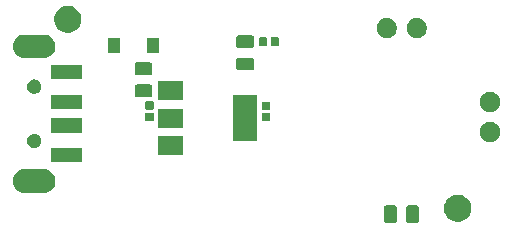
<source format=gbr>
G04 #@! TF.GenerationSoftware,KiCad,Pcbnew,5.0.2-bee76a0~70~ubuntu18.04.1*
G04 #@! TF.CreationDate,2020-06-29T01:54:23-07:00*
G04 #@! TF.ProjectId,qrng,71726e67-2e6b-4696-9361-645f70636258,1*
G04 #@! TF.SameCoordinates,Original*
G04 #@! TF.FileFunction,Soldermask,Bot*
G04 #@! TF.FilePolarity,Negative*
%FSLAX46Y46*%
G04 Gerber Fmt 4.6, Leading zero omitted, Abs format (unit mm)*
G04 Created by KiCad (PCBNEW 5.0.2-bee76a0~70~ubuntu18.04.1) date Mon 29 Jun 2020 01:54:23 AM MST*
%MOMM*%
%LPD*%
G01*
G04 APERTURE LIST*
%ADD10C,0.100000*%
G04 APERTURE END LIST*
D10*
G36*
X158059466Y-107753565D02*
X158098137Y-107765296D01*
X158133779Y-107784348D01*
X158165017Y-107809983D01*
X158190652Y-107841221D01*
X158209704Y-107876863D01*
X158221435Y-107915534D01*
X158226000Y-107961888D01*
X158226000Y-109038112D01*
X158221435Y-109084466D01*
X158209704Y-109123137D01*
X158190652Y-109158779D01*
X158165017Y-109190017D01*
X158133779Y-109215652D01*
X158098137Y-109234704D01*
X158059466Y-109246435D01*
X158013112Y-109251000D01*
X157361888Y-109251000D01*
X157315534Y-109246435D01*
X157276863Y-109234704D01*
X157241221Y-109215652D01*
X157209983Y-109190017D01*
X157184348Y-109158779D01*
X157165296Y-109123137D01*
X157153565Y-109084466D01*
X157149000Y-109038112D01*
X157149000Y-107961888D01*
X157153565Y-107915534D01*
X157165296Y-107876863D01*
X157184348Y-107841221D01*
X157209983Y-107809983D01*
X157241221Y-107784348D01*
X157276863Y-107765296D01*
X157315534Y-107753565D01*
X157361888Y-107749000D01*
X158013112Y-107749000D01*
X158059466Y-107753565D01*
X158059466Y-107753565D01*
G37*
G36*
X156184466Y-107753565D02*
X156223137Y-107765296D01*
X156258779Y-107784348D01*
X156290017Y-107809983D01*
X156315652Y-107841221D01*
X156334704Y-107876863D01*
X156346435Y-107915534D01*
X156351000Y-107961888D01*
X156351000Y-109038112D01*
X156346435Y-109084466D01*
X156334704Y-109123137D01*
X156315652Y-109158779D01*
X156290017Y-109190017D01*
X156258779Y-109215652D01*
X156223137Y-109234704D01*
X156184466Y-109246435D01*
X156138112Y-109251000D01*
X155486888Y-109251000D01*
X155440534Y-109246435D01*
X155401863Y-109234704D01*
X155366221Y-109215652D01*
X155334983Y-109190017D01*
X155309348Y-109158779D01*
X155290296Y-109123137D01*
X155278565Y-109084466D01*
X155274000Y-109038112D01*
X155274000Y-107961888D01*
X155278565Y-107915534D01*
X155290296Y-107876863D01*
X155309348Y-107841221D01*
X155334983Y-107809983D01*
X155366221Y-107784348D01*
X155401863Y-107765296D01*
X155440534Y-107753565D01*
X155486888Y-107749000D01*
X156138112Y-107749000D01*
X156184466Y-107753565D01*
X156184466Y-107753565D01*
G37*
G36*
X161835734Y-106893232D02*
X162045202Y-106979996D01*
X162233723Y-107105962D01*
X162394038Y-107266277D01*
X162520004Y-107454798D01*
X162606768Y-107664266D01*
X162651000Y-107886635D01*
X162651000Y-108113365D01*
X162606768Y-108335734D01*
X162520004Y-108545202D01*
X162394038Y-108733723D01*
X162233723Y-108894038D01*
X162045202Y-109020004D01*
X161835734Y-109106768D01*
X161613365Y-109151000D01*
X161386635Y-109151000D01*
X161164266Y-109106768D01*
X160954798Y-109020004D01*
X160766277Y-108894038D01*
X160605962Y-108733723D01*
X160479996Y-108545202D01*
X160393232Y-108335734D01*
X160349000Y-108113365D01*
X160349000Y-107886635D01*
X160393232Y-107664266D01*
X160479996Y-107454798D01*
X160605962Y-107266277D01*
X160766277Y-107105962D01*
X160954798Y-106979996D01*
X161164266Y-106893232D01*
X161386635Y-106849000D01*
X161613365Y-106849000D01*
X161835734Y-106893232D01*
X161835734Y-106893232D01*
G37*
G36*
X126646232Y-104713483D02*
X126834919Y-104770721D01*
X127008817Y-104863671D01*
X127161239Y-104988761D01*
X127286329Y-105141183D01*
X127379279Y-105315081D01*
X127436517Y-105503768D01*
X127455843Y-105700000D01*
X127436517Y-105896232D01*
X127379279Y-106084919D01*
X127286329Y-106258817D01*
X127161239Y-106411239D01*
X127008817Y-106536329D01*
X126834919Y-106629279D01*
X126646232Y-106686517D01*
X126499176Y-106701000D01*
X124800824Y-106701000D01*
X124653768Y-106686517D01*
X124465081Y-106629279D01*
X124291183Y-106536329D01*
X124138761Y-106411239D01*
X124013671Y-106258817D01*
X123920721Y-106084919D01*
X123863483Y-105896232D01*
X123844157Y-105700000D01*
X123863483Y-105503768D01*
X123920721Y-105315081D01*
X124013671Y-105141183D01*
X124138761Y-104988761D01*
X124291183Y-104863671D01*
X124465081Y-104770721D01*
X124653768Y-104713483D01*
X124800824Y-104699000D01*
X126499176Y-104699000D01*
X126646232Y-104713483D01*
X126646232Y-104713483D01*
G37*
G36*
X129701000Y-104101000D02*
X127099000Y-104101000D01*
X127099000Y-102899000D01*
X129701000Y-102899000D01*
X129701000Y-104101000D01*
X129701000Y-104101000D01*
G37*
G36*
X138251000Y-103471000D02*
X136149000Y-103471000D01*
X136149000Y-101869000D01*
X138251000Y-101869000D01*
X138251000Y-103471000D01*
X138251000Y-103471000D01*
G37*
G36*
X125825305Y-101722096D02*
X125934680Y-101767400D01*
X126033118Y-101833175D01*
X126116825Y-101916882D01*
X126182600Y-102015320D01*
X126227904Y-102124695D01*
X126251000Y-102240806D01*
X126251000Y-102359194D01*
X126227904Y-102475305D01*
X126182600Y-102584680D01*
X126116825Y-102683118D01*
X126033118Y-102766825D01*
X125934680Y-102832600D01*
X125825305Y-102877904D01*
X125709194Y-102901000D01*
X125590806Y-102901000D01*
X125474695Y-102877904D01*
X125365320Y-102832600D01*
X125266882Y-102766825D01*
X125183175Y-102683118D01*
X125117400Y-102584680D01*
X125072096Y-102475305D01*
X125049000Y-102359194D01*
X125049000Y-102240806D01*
X125072096Y-102124695D01*
X125117400Y-102015320D01*
X125183175Y-101916882D01*
X125266882Y-101833175D01*
X125365320Y-101767400D01*
X125474695Y-101722096D01*
X125590806Y-101699000D01*
X125709194Y-101699000D01*
X125825305Y-101722096D01*
X125825305Y-101722096D01*
G37*
G36*
X164498228Y-100721703D02*
X164653100Y-100785853D01*
X164792481Y-100878985D01*
X164911015Y-100997519D01*
X165004147Y-101136900D01*
X165068297Y-101291772D01*
X165101000Y-101456184D01*
X165101000Y-101623816D01*
X165068297Y-101788228D01*
X165004147Y-101943100D01*
X164911015Y-102082481D01*
X164792481Y-102201015D01*
X164653100Y-102294147D01*
X164498228Y-102358297D01*
X164333816Y-102391000D01*
X164166184Y-102391000D01*
X164001772Y-102358297D01*
X163846900Y-102294147D01*
X163707519Y-102201015D01*
X163588985Y-102082481D01*
X163495853Y-101943100D01*
X163431703Y-101788228D01*
X163399000Y-101623816D01*
X163399000Y-101456184D01*
X163431703Y-101291772D01*
X163495853Y-101136900D01*
X163588985Y-100997519D01*
X163707519Y-100878985D01*
X163846900Y-100785853D01*
X164001772Y-100721703D01*
X164166184Y-100689000D01*
X164333816Y-100689000D01*
X164498228Y-100721703D01*
X164498228Y-100721703D01*
G37*
G36*
X144551000Y-102321000D02*
X142449000Y-102321000D01*
X142449000Y-98419000D01*
X144551000Y-98419000D01*
X144551000Y-102321000D01*
X144551000Y-102321000D01*
G37*
G36*
X129701000Y-101601000D02*
X127099000Y-101601000D01*
X127099000Y-100399000D01*
X129701000Y-100399000D01*
X129701000Y-101601000D01*
X129701000Y-101601000D01*
G37*
G36*
X138251000Y-101171000D02*
X136149000Y-101171000D01*
X136149000Y-99569000D01*
X138251000Y-99569000D01*
X138251000Y-101171000D01*
X138251000Y-101171000D01*
G37*
G36*
X145561938Y-99966716D02*
X145582556Y-99972970D01*
X145601556Y-99983126D01*
X145618208Y-99996792D01*
X145631874Y-100013444D01*
X145642030Y-100032444D01*
X145648284Y-100053062D01*
X145651000Y-100080640D01*
X145651000Y-100539360D01*
X145648284Y-100566938D01*
X145642030Y-100587556D01*
X145631874Y-100606556D01*
X145618208Y-100623208D01*
X145601556Y-100636874D01*
X145582556Y-100647030D01*
X145561938Y-100653284D01*
X145534360Y-100656000D01*
X145025640Y-100656000D01*
X144998062Y-100653284D01*
X144977444Y-100647030D01*
X144958444Y-100636874D01*
X144941792Y-100623208D01*
X144928126Y-100606556D01*
X144917970Y-100587556D01*
X144911716Y-100566938D01*
X144909000Y-100539360D01*
X144909000Y-100080640D01*
X144911716Y-100053062D01*
X144917970Y-100032444D01*
X144928126Y-100013444D01*
X144941792Y-99996792D01*
X144958444Y-99983126D01*
X144977444Y-99972970D01*
X144998062Y-99966716D01*
X145025640Y-99964000D01*
X145534360Y-99964000D01*
X145561938Y-99966716D01*
X145561938Y-99966716D01*
G37*
G36*
X135691938Y-99931716D02*
X135712556Y-99937970D01*
X135731556Y-99948126D01*
X135748208Y-99961792D01*
X135761874Y-99978444D01*
X135772030Y-99997444D01*
X135778284Y-100018062D01*
X135781000Y-100045640D01*
X135781000Y-100504360D01*
X135778284Y-100531938D01*
X135772030Y-100552556D01*
X135761874Y-100571556D01*
X135748208Y-100588208D01*
X135731556Y-100601874D01*
X135712556Y-100612030D01*
X135691938Y-100618284D01*
X135664360Y-100621000D01*
X135155640Y-100621000D01*
X135128062Y-100618284D01*
X135107444Y-100612030D01*
X135088444Y-100601874D01*
X135071792Y-100588208D01*
X135058126Y-100571556D01*
X135047970Y-100552556D01*
X135041716Y-100531938D01*
X135039000Y-100504360D01*
X135039000Y-100045640D01*
X135041716Y-100018062D01*
X135047970Y-99997444D01*
X135058126Y-99978444D01*
X135071792Y-99961792D01*
X135088444Y-99948126D01*
X135107444Y-99937970D01*
X135128062Y-99931716D01*
X135155640Y-99929000D01*
X135664360Y-99929000D01*
X135691938Y-99931716D01*
X135691938Y-99931716D01*
G37*
G36*
X164498228Y-98181703D02*
X164653100Y-98245853D01*
X164792481Y-98338985D01*
X164911015Y-98457519D01*
X165004147Y-98596900D01*
X165068297Y-98751772D01*
X165101000Y-98916184D01*
X165101000Y-99083816D01*
X165068297Y-99248228D01*
X165004147Y-99403100D01*
X164911015Y-99542481D01*
X164792481Y-99661015D01*
X164653100Y-99754147D01*
X164498228Y-99818297D01*
X164333816Y-99851000D01*
X164166184Y-99851000D01*
X164001772Y-99818297D01*
X163846900Y-99754147D01*
X163707519Y-99661015D01*
X163588985Y-99542481D01*
X163495853Y-99403100D01*
X163431703Y-99248228D01*
X163399000Y-99083816D01*
X163399000Y-98916184D01*
X163431703Y-98751772D01*
X163495853Y-98596900D01*
X163588985Y-98457519D01*
X163707519Y-98338985D01*
X163846900Y-98245853D01*
X164001772Y-98181703D01*
X164166184Y-98149000D01*
X164333816Y-98149000D01*
X164498228Y-98181703D01*
X164498228Y-98181703D01*
G37*
G36*
X145561938Y-98996716D02*
X145582556Y-99002970D01*
X145601556Y-99013126D01*
X145618208Y-99026792D01*
X145631874Y-99043444D01*
X145642030Y-99062444D01*
X145648284Y-99083062D01*
X145651000Y-99110640D01*
X145651000Y-99569360D01*
X145648284Y-99596938D01*
X145642030Y-99617556D01*
X145631874Y-99636556D01*
X145618208Y-99653208D01*
X145601556Y-99666874D01*
X145582556Y-99677030D01*
X145561938Y-99683284D01*
X145534360Y-99686000D01*
X145025640Y-99686000D01*
X144998062Y-99683284D01*
X144977444Y-99677030D01*
X144958444Y-99666874D01*
X144941792Y-99653208D01*
X144928126Y-99636556D01*
X144917970Y-99617556D01*
X144911716Y-99596938D01*
X144909000Y-99569360D01*
X144909000Y-99110640D01*
X144911716Y-99083062D01*
X144917970Y-99062444D01*
X144928126Y-99043444D01*
X144941792Y-99026792D01*
X144958444Y-99013126D01*
X144977444Y-99002970D01*
X144998062Y-98996716D01*
X145025640Y-98994000D01*
X145534360Y-98994000D01*
X145561938Y-98996716D01*
X145561938Y-98996716D01*
G37*
G36*
X135691938Y-98961716D02*
X135712556Y-98967970D01*
X135731556Y-98978126D01*
X135748208Y-98991792D01*
X135761874Y-99008444D01*
X135772030Y-99027444D01*
X135778284Y-99048062D01*
X135781000Y-99075640D01*
X135781000Y-99534360D01*
X135778284Y-99561938D01*
X135772030Y-99582556D01*
X135761874Y-99601556D01*
X135748208Y-99618208D01*
X135731556Y-99631874D01*
X135712556Y-99642030D01*
X135691938Y-99648284D01*
X135664360Y-99651000D01*
X135155640Y-99651000D01*
X135128062Y-99648284D01*
X135107444Y-99642030D01*
X135088444Y-99631874D01*
X135071792Y-99618208D01*
X135058126Y-99601556D01*
X135047970Y-99582556D01*
X135041716Y-99561938D01*
X135039000Y-99534360D01*
X135039000Y-99075640D01*
X135041716Y-99048062D01*
X135047970Y-99027444D01*
X135058126Y-99008444D01*
X135071792Y-98991792D01*
X135088444Y-98978126D01*
X135107444Y-98967970D01*
X135128062Y-98961716D01*
X135155640Y-98959000D01*
X135664360Y-98959000D01*
X135691938Y-98961716D01*
X135691938Y-98961716D01*
G37*
G36*
X129701000Y-99601000D02*
X127099000Y-99601000D01*
X127099000Y-98399000D01*
X129701000Y-98399000D01*
X129701000Y-99601000D01*
X129701000Y-99601000D01*
G37*
G36*
X138251000Y-98871000D02*
X136149000Y-98871000D01*
X136149000Y-97269000D01*
X138251000Y-97269000D01*
X138251000Y-98871000D01*
X138251000Y-98871000D01*
G37*
G36*
X135484466Y-97533565D02*
X135523137Y-97545296D01*
X135558779Y-97564348D01*
X135590017Y-97589983D01*
X135615652Y-97621221D01*
X135634704Y-97656863D01*
X135646435Y-97695534D01*
X135651000Y-97741888D01*
X135651000Y-98393112D01*
X135646435Y-98439466D01*
X135634704Y-98478137D01*
X135615652Y-98513779D01*
X135590017Y-98545017D01*
X135558779Y-98570652D01*
X135523137Y-98589704D01*
X135484466Y-98601435D01*
X135438112Y-98606000D01*
X134361888Y-98606000D01*
X134315534Y-98601435D01*
X134276863Y-98589704D01*
X134241221Y-98570652D01*
X134209983Y-98545017D01*
X134184348Y-98513779D01*
X134165296Y-98478137D01*
X134153565Y-98439466D01*
X134149000Y-98393112D01*
X134149000Y-97741888D01*
X134153565Y-97695534D01*
X134165296Y-97656863D01*
X134184348Y-97621221D01*
X134209983Y-97589983D01*
X134241221Y-97564348D01*
X134276863Y-97545296D01*
X134315534Y-97533565D01*
X134361888Y-97529000D01*
X135438112Y-97529000D01*
X135484466Y-97533565D01*
X135484466Y-97533565D01*
G37*
G36*
X125825305Y-97122096D02*
X125934680Y-97167400D01*
X126033118Y-97233175D01*
X126116825Y-97316882D01*
X126182600Y-97415320D01*
X126227904Y-97524695D01*
X126251000Y-97640806D01*
X126251000Y-97759194D01*
X126227904Y-97875305D01*
X126182600Y-97984680D01*
X126116825Y-98083118D01*
X126033118Y-98166825D01*
X125934680Y-98232600D01*
X125825305Y-98277904D01*
X125709194Y-98301000D01*
X125590806Y-98301000D01*
X125474695Y-98277904D01*
X125365320Y-98232600D01*
X125266882Y-98166825D01*
X125183175Y-98083118D01*
X125117400Y-97984680D01*
X125072096Y-97875305D01*
X125049000Y-97759194D01*
X125049000Y-97640806D01*
X125072096Y-97524695D01*
X125117400Y-97415320D01*
X125183175Y-97316882D01*
X125266882Y-97233175D01*
X125365320Y-97167400D01*
X125474695Y-97122096D01*
X125590806Y-97099000D01*
X125709194Y-97099000D01*
X125825305Y-97122096D01*
X125825305Y-97122096D01*
G37*
G36*
X129701000Y-97101000D02*
X127099000Y-97101000D01*
X127099000Y-95899000D01*
X129701000Y-95899000D01*
X129701000Y-97101000D01*
X129701000Y-97101000D01*
G37*
G36*
X135484466Y-95658565D02*
X135523137Y-95670296D01*
X135558779Y-95689348D01*
X135590017Y-95714983D01*
X135615652Y-95746221D01*
X135634704Y-95781863D01*
X135646435Y-95820534D01*
X135651000Y-95866888D01*
X135651000Y-96518112D01*
X135646435Y-96564466D01*
X135634704Y-96603137D01*
X135615652Y-96638779D01*
X135590017Y-96670017D01*
X135558779Y-96695652D01*
X135523137Y-96714704D01*
X135484466Y-96726435D01*
X135438112Y-96731000D01*
X134361888Y-96731000D01*
X134315534Y-96726435D01*
X134276863Y-96714704D01*
X134241221Y-96695652D01*
X134209983Y-96670017D01*
X134184348Y-96638779D01*
X134165296Y-96603137D01*
X134153565Y-96564466D01*
X134149000Y-96518112D01*
X134149000Y-95866888D01*
X134153565Y-95820534D01*
X134165296Y-95781863D01*
X134184348Y-95746221D01*
X134209983Y-95714983D01*
X134241221Y-95689348D01*
X134276863Y-95670296D01*
X134315534Y-95658565D01*
X134361888Y-95654000D01*
X135438112Y-95654000D01*
X135484466Y-95658565D01*
X135484466Y-95658565D01*
G37*
G36*
X144094466Y-95251065D02*
X144133137Y-95262796D01*
X144168779Y-95281848D01*
X144200017Y-95307483D01*
X144225652Y-95338721D01*
X144244704Y-95374363D01*
X144256435Y-95413034D01*
X144261000Y-95459388D01*
X144261000Y-96110612D01*
X144256435Y-96156966D01*
X144244704Y-96195637D01*
X144225652Y-96231279D01*
X144200017Y-96262517D01*
X144168779Y-96288152D01*
X144133137Y-96307204D01*
X144094466Y-96318935D01*
X144048112Y-96323500D01*
X142971888Y-96323500D01*
X142925534Y-96318935D01*
X142886863Y-96307204D01*
X142851221Y-96288152D01*
X142819983Y-96262517D01*
X142794348Y-96231279D01*
X142775296Y-96195637D01*
X142763565Y-96156966D01*
X142759000Y-96110612D01*
X142759000Y-95459388D01*
X142763565Y-95413034D01*
X142775296Y-95374363D01*
X142794348Y-95338721D01*
X142819983Y-95307483D01*
X142851221Y-95281848D01*
X142886863Y-95262796D01*
X142925534Y-95251065D01*
X142971888Y-95246500D01*
X144048112Y-95246500D01*
X144094466Y-95251065D01*
X144094466Y-95251065D01*
G37*
G36*
X126646232Y-93313483D02*
X126834919Y-93370721D01*
X127008817Y-93463671D01*
X127161239Y-93588761D01*
X127286329Y-93741183D01*
X127379279Y-93915081D01*
X127436517Y-94103768D01*
X127455843Y-94300000D01*
X127436517Y-94496232D01*
X127379279Y-94684919D01*
X127286329Y-94858817D01*
X127161239Y-95011239D01*
X127008817Y-95136329D01*
X126834919Y-95229279D01*
X126646232Y-95286517D01*
X126499176Y-95301000D01*
X124800824Y-95301000D01*
X124653768Y-95286517D01*
X124465081Y-95229279D01*
X124291183Y-95136329D01*
X124138761Y-95011239D01*
X124013671Y-94858817D01*
X123920721Y-94684919D01*
X123863483Y-94496232D01*
X123844157Y-94300000D01*
X123863483Y-94103768D01*
X123920721Y-93915081D01*
X124013671Y-93741183D01*
X124138761Y-93588761D01*
X124291183Y-93463671D01*
X124465081Y-93370721D01*
X124653768Y-93313483D01*
X124800824Y-93299000D01*
X126499176Y-93299000D01*
X126646232Y-93313483D01*
X126646232Y-93313483D01*
G37*
G36*
X132911000Y-94891000D02*
X131909000Y-94891000D01*
X131909000Y-93589000D01*
X132911000Y-93589000D01*
X132911000Y-94891000D01*
X132911000Y-94891000D01*
G37*
G36*
X136211000Y-94891000D02*
X135209000Y-94891000D01*
X135209000Y-93589000D01*
X136211000Y-93589000D01*
X136211000Y-94891000D01*
X136211000Y-94891000D01*
G37*
G36*
X144094466Y-93376065D02*
X144133137Y-93387796D01*
X144168779Y-93406848D01*
X144200017Y-93432483D01*
X144225652Y-93463721D01*
X144244704Y-93499363D01*
X144256435Y-93538034D01*
X144261000Y-93584388D01*
X144261000Y-94235612D01*
X144256435Y-94281966D01*
X144244704Y-94320637D01*
X144225652Y-94356279D01*
X144200017Y-94387517D01*
X144168779Y-94413152D01*
X144133137Y-94432204D01*
X144094466Y-94443935D01*
X144048112Y-94448500D01*
X142971888Y-94448500D01*
X142925534Y-94443935D01*
X142886863Y-94432204D01*
X142851221Y-94413152D01*
X142819983Y-94387517D01*
X142794348Y-94356279D01*
X142775296Y-94320637D01*
X142763565Y-94281966D01*
X142759000Y-94235612D01*
X142759000Y-93584388D01*
X142763565Y-93538034D01*
X142775296Y-93499363D01*
X142794348Y-93463721D01*
X142819983Y-93432483D01*
X142851221Y-93406848D01*
X142886863Y-93387796D01*
X142925534Y-93376065D01*
X142971888Y-93371500D01*
X144048112Y-93371500D01*
X144094466Y-93376065D01*
X144094466Y-93376065D01*
G37*
G36*
X145301938Y-93541716D02*
X145322556Y-93547970D01*
X145341556Y-93558126D01*
X145358208Y-93571792D01*
X145371874Y-93588444D01*
X145382030Y-93607444D01*
X145388284Y-93628062D01*
X145391000Y-93655640D01*
X145391000Y-94164360D01*
X145388284Y-94191938D01*
X145382030Y-94212556D01*
X145371874Y-94231556D01*
X145358208Y-94248208D01*
X145341556Y-94261874D01*
X145322556Y-94272030D01*
X145301938Y-94278284D01*
X145274360Y-94281000D01*
X144815640Y-94281000D01*
X144788062Y-94278284D01*
X144767444Y-94272030D01*
X144748444Y-94261874D01*
X144731792Y-94248208D01*
X144718126Y-94231556D01*
X144707970Y-94212556D01*
X144701716Y-94191938D01*
X144699000Y-94164360D01*
X144699000Y-93655640D01*
X144701716Y-93628062D01*
X144707970Y-93607444D01*
X144718126Y-93588444D01*
X144731792Y-93571792D01*
X144748444Y-93558126D01*
X144767444Y-93547970D01*
X144788062Y-93541716D01*
X144815640Y-93539000D01*
X145274360Y-93539000D01*
X145301938Y-93541716D01*
X145301938Y-93541716D01*
G37*
G36*
X146271938Y-93541716D02*
X146292556Y-93547970D01*
X146311556Y-93558126D01*
X146328208Y-93571792D01*
X146341874Y-93588444D01*
X146352030Y-93607444D01*
X146358284Y-93628062D01*
X146361000Y-93655640D01*
X146361000Y-94164360D01*
X146358284Y-94191938D01*
X146352030Y-94212556D01*
X146341874Y-94231556D01*
X146328208Y-94248208D01*
X146311556Y-94261874D01*
X146292556Y-94272030D01*
X146271938Y-94278284D01*
X146244360Y-94281000D01*
X145785640Y-94281000D01*
X145758062Y-94278284D01*
X145737444Y-94272030D01*
X145718444Y-94261874D01*
X145701792Y-94248208D01*
X145688126Y-94231556D01*
X145677970Y-94212556D01*
X145671716Y-94191938D01*
X145669000Y-94164360D01*
X145669000Y-93655640D01*
X145671716Y-93628062D01*
X145677970Y-93607444D01*
X145688126Y-93588444D01*
X145701792Y-93571792D01*
X145718444Y-93558126D01*
X145737444Y-93547970D01*
X145758062Y-93541716D01*
X145785640Y-93539000D01*
X146244360Y-93539000D01*
X146271938Y-93541716D01*
X146271938Y-93541716D01*
G37*
G36*
X155748228Y-91931703D02*
X155903100Y-91995853D01*
X156042481Y-92088985D01*
X156161015Y-92207519D01*
X156254147Y-92346900D01*
X156318297Y-92501772D01*
X156351000Y-92666184D01*
X156351000Y-92833816D01*
X156318297Y-92998228D01*
X156254147Y-93153100D01*
X156161015Y-93292481D01*
X156042481Y-93411015D01*
X155903100Y-93504147D01*
X155748228Y-93568297D01*
X155583816Y-93601000D01*
X155416184Y-93601000D01*
X155251772Y-93568297D01*
X155096900Y-93504147D01*
X154957519Y-93411015D01*
X154838985Y-93292481D01*
X154745853Y-93153100D01*
X154681703Y-92998228D01*
X154649000Y-92833816D01*
X154649000Y-92666184D01*
X154681703Y-92501772D01*
X154745853Y-92346900D01*
X154838985Y-92207519D01*
X154957519Y-92088985D01*
X155096900Y-91995853D01*
X155251772Y-91931703D01*
X155416184Y-91899000D01*
X155583816Y-91899000D01*
X155748228Y-91931703D01*
X155748228Y-91931703D01*
G37*
G36*
X158288228Y-91931703D02*
X158443100Y-91995853D01*
X158582481Y-92088985D01*
X158701015Y-92207519D01*
X158794147Y-92346900D01*
X158858297Y-92501772D01*
X158891000Y-92666184D01*
X158891000Y-92833816D01*
X158858297Y-92998228D01*
X158794147Y-93153100D01*
X158701015Y-93292481D01*
X158582481Y-93411015D01*
X158443100Y-93504147D01*
X158288228Y-93568297D01*
X158123816Y-93601000D01*
X157956184Y-93601000D01*
X157791772Y-93568297D01*
X157636900Y-93504147D01*
X157497519Y-93411015D01*
X157378985Y-93292481D01*
X157285853Y-93153100D01*
X157221703Y-92998228D01*
X157189000Y-92833816D01*
X157189000Y-92666184D01*
X157221703Y-92501772D01*
X157285853Y-92346900D01*
X157378985Y-92207519D01*
X157497519Y-92088985D01*
X157636900Y-91995853D01*
X157791772Y-91931703D01*
X157956184Y-91899000D01*
X158123816Y-91899000D01*
X158288228Y-91931703D01*
X158288228Y-91931703D01*
G37*
G36*
X128835734Y-90893232D02*
X129045202Y-90979996D01*
X129233723Y-91105962D01*
X129394038Y-91266277D01*
X129520004Y-91454798D01*
X129606768Y-91664266D01*
X129651000Y-91886635D01*
X129651000Y-92113365D01*
X129606768Y-92335734D01*
X129520004Y-92545202D01*
X129394038Y-92733723D01*
X129233723Y-92894038D01*
X129045202Y-93020004D01*
X128835734Y-93106768D01*
X128613365Y-93151000D01*
X128386635Y-93151000D01*
X128164266Y-93106768D01*
X127954798Y-93020004D01*
X127766277Y-92894038D01*
X127605962Y-92733723D01*
X127479996Y-92545202D01*
X127393232Y-92335734D01*
X127349000Y-92113365D01*
X127349000Y-91886635D01*
X127393232Y-91664266D01*
X127479996Y-91454798D01*
X127605962Y-91266277D01*
X127766277Y-91105962D01*
X127954798Y-90979996D01*
X128164266Y-90893232D01*
X128386635Y-90849000D01*
X128613365Y-90849000D01*
X128835734Y-90893232D01*
X128835734Y-90893232D01*
G37*
M02*

</source>
